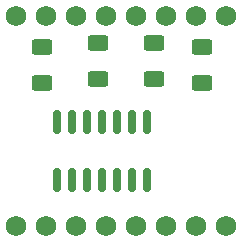
<source format=gbs>
%TF.GenerationSoftware,KiCad,Pcbnew,8.0.3*%
%TF.CreationDate,2024-07-29T19:47:33-06:00*%
%TF.ProjectId,SaintCon Says Badge,5361696e-7443-46f6-9e20-536179732042,rev?*%
%TF.SameCoordinates,Original*%
%TF.FileFunction,Soldermask,Bot*%
%TF.FilePolarity,Negative*%
%FSLAX46Y46*%
G04 Gerber Fmt 4.6, Leading zero omitted, Abs format (unit mm)*
G04 Created by KiCad (PCBNEW 8.0.3) date 2024-07-29 19:47:33*
%MOMM*%
%LPD*%
G01*
G04 APERTURE LIST*
G04 Aperture macros list*
%AMRoundRect*
0 Rectangle with rounded corners*
0 $1 Rounding radius*
0 $2 $3 $4 $5 $6 $7 $8 $9 X,Y pos of 4 corners*
0 Add a 4 corners polygon primitive as box body*
4,1,4,$2,$3,$4,$5,$6,$7,$8,$9,$2,$3,0*
0 Add four circle primitives for the rounded corners*
1,1,$1+$1,$2,$3*
1,1,$1+$1,$4,$5*
1,1,$1+$1,$6,$7*
1,1,$1+$1,$8,$9*
0 Add four rect primitives between the rounded corners*
20,1,$1+$1,$2,$3,$4,$5,0*
20,1,$1+$1,$4,$5,$6,$7,0*
20,1,$1+$1,$6,$7,$8,$9,0*
20,1,$1+$1,$8,$9,$2,$3,0*%
G04 Aperture macros list end*
%ADD10C,1.750000*%
%ADD11RoundRect,0.150000X-0.150000X0.825000X-0.150000X-0.825000X0.150000X-0.825000X0.150000X0.825000X0*%
%ADD12RoundRect,0.250000X-0.625000X0.400000X-0.625000X-0.400000X0.625000X-0.400000X0.625000X0.400000X0*%
%ADD13RoundRect,0.250000X0.625000X-0.400000X0.625000X0.400000X-0.625000X0.400000X-0.625000X-0.400000X0*%
G04 APERTURE END LIST*
D10*
%TO.C,MB1*%
X152315000Y-99065000D03*
X149775000Y-99065000D03*
X147235000Y-99065000D03*
X144695000Y-99065000D03*
X142155000Y-99065000D03*
X139615000Y-99065000D03*
X137075000Y-99065000D03*
X134535000Y-99065000D03*
X152315000Y-81285000D03*
X149775000Y-81285000D03*
X147235000Y-81285000D03*
X144695000Y-81285000D03*
X142155000Y-81285000D03*
X139615000Y-81285000D03*
X137075000Y-81285000D03*
X134535000Y-81285000D03*
%TD*%
D11*
%TO.C,U1*%
X137960000Y-90250000D03*
X139230000Y-90250000D03*
X140500000Y-90250000D03*
X141770000Y-90250000D03*
X143040000Y-90250000D03*
X144310000Y-90250000D03*
X145580000Y-90250000D03*
X145580000Y-95200000D03*
X144310000Y-95200000D03*
X143040000Y-95200000D03*
X141770000Y-95200000D03*
X140500000Y-95200000D03*
X139230000Y-95200000D03*
X137960000Y-95200000D03*
%TD*%
D12*
%TO.C,R2*%
X141500000Y-83540000D03*
X141500000Y-86640000D03*
%TD*%
D13*
%TO.C,R4*%
X150250000Y-87000000D03*
X150250000Y-83900000D03*
%TD*%
D12*
%TO.C,R3*%
X146250000Y-83540000D03*
X146250000Y-86640000D03*
%TD*%
D13*
%TO.C,R1*%
X136750000Y-87000000D03*
X136750000Y-83900000D03*
%TD*%
M02*

</source>
